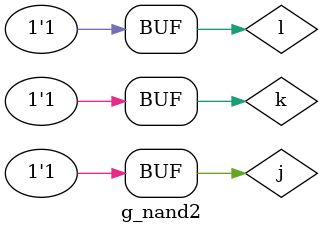
<source format=v>
`timescale 1ns / 1ps


module g_nand2();

    reg j,k,l;
    wire z1,z2,z3;//출력보는거
    
    g_nand sim_nand_s(z1,j,k,l);//함수가져옴 모듈명
    g_nand_data sim_nand_D(z2,j,k,l);
    g_nand_be sim_nand_B(.y(z3), .a(j), .b(k), .c(l)); //1:1대응
    
    initial //setting 초기화 작업
    begin
        j=0;
        k=0;
        l=0;
    end
    
    initial
    begin
        #100 j=0; k=0; l=1; //엔터치면 개판남.
        #100 j=0; k=1; l=0;
        #100 j=0; k=1; l=1;
        #100 j=1; k=0; l=0;
        #100 j=1; k=0; l=1;
        #100 j=1; k=1; l=0;
        #100 j=1; k=1; l=1;
        
    end
endmodule

</source>
